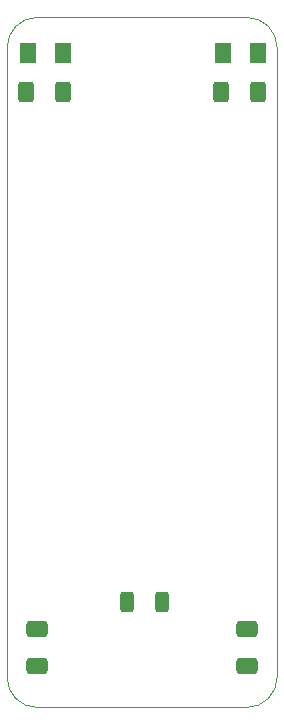
<source format=gbr>
%TF.GenerationSoftware,KiCad,Pcbnew,8.0.2*%
%TF.CreationDate,2024-05-09T17:00:38-05:00*%
%TF.ProjectId,atmega328-proto,61746d65-6761-4333-9238-2d70726f746f,A*%
%TF.SameCoordinates,Original*%
%TF.FileFunction,Paste,Top*%
%TF.FilePolarity,Positive*%
%FSLAX46Y46*%
G04 Gerber Fmt 4.6, Leading zero omitted, Abs format (unit mm)*
G04 Created by KiCad (PCBNEW 8.0.2) date 2024-05-09 17:00:38*
%MOMM*%
%LPD*%
G01*
G04 APERTURE LIST*
G04 Aperture macros list*
%AMRoundRect*
0 Rectangle with rounded corners*
0 $1 Rounding radius*
0 $2 $3 $4 $5 $6 $7 $8 $9 X,Y pos of 4 corners*
0 Add a 4 corners polygon primitive as box body*
4,1,4,$2,$3,$4,$5,$6,$7,$8,$9,$2,$3,0*
0 Add four circle primitives for the rounded corners*
1,1,$1+$1,$2,$3*
1,1,$1+$1,$4,$5*
1,1,$1+$1,$6,$7*
1,1,$1+$1,$8,$9*
0 Add four rect primitives between the rounded corners*
20,1,$1+$1,$2,$3,$4,$5,0*
20,1,$1+$1,$4,$5,$6,$7,0*
20,1,$1+$1,$6,$7,$8,$9,0*
20,1,$1+$1,$8,$9,$2,$3,0*%
G04 Aperture macros list end*
%ADD10RoundRect,0.250001X-0.462499X-0.624999X0.462499X-0.624999X0.462499X0.624999X-0.462499X0.624999X0*%
%ADD11RoundRect,0.250000X0.312500X0.625000X-0.312500X0.625000X-0.312500X-0.625000X0.312500X-0.625000X0*%
%ADD12RoundRect,0.250000X-0.650000X0.412500X-0.650000X-0.412500X0.650000X-0.412500X0.650000X0.412500X0*%
%ADD13RoundRect,0.250000X0.650000X-0.412500X0.650000X0.412500X-0.650000X0.412500X-0.650000X-0.412500X0*%
%ADD14RoundRect,0.250000X-0.400000X-0.625000X0.400000X-0.625000X0.400000X0.625000X-0.400000X0.625000X0*%
%TA.AperFunction,Profile*%
%ADD15C,0.050000*%
%TD*%
G04 APERTURE END LIST*
D10*
%TO.C,D2*%
X114762500Y-53810000D03*
X117737500Y-53810000D03*
%TD*%
D11*
%TO.C,R1*%
X109605000Y-100330000D03*
X106680000Y-100330000D03*
%TD*%
D12*
%TO.C,C1*%
X99060000Y-102577500D03*
X99060000Y-105702500D03*
%TD*%
D13*
%TO.C,C2*%
X116840000Y-105702500D03*
X116840000Y-102577500D03*
%TD*%
D10*
%TO.C,D1*%
X98252500Y-53810000D03*
X101227500Y-53810000D03*
%TD*%
D14*
%TO.C,R3*%
X114655000Y-57150000D03*
X117755000Y-57150000D03*
%TD*%
%TO.C,R2*%
X98145000Y-57150000D03*
X101245000Y-57150000D03*
%TD*%
D15*
X119380000Y-106680000D02*
G75*
G02*
X116840000Y-109220000I-2540000J0D01*
G01*
X116840000Y-50800000D02*
X99060000Y-50800000D01*
X99060000Y-109220000D02*
X116840000Y-109220000D01*
X99060000Y-109220000D02*
G75*
G02*
X96520000Y-106680000I0J2540000D01*
G01*
X119380000Y-53340000D02*
X119380000Y-106680000D01*
X96520000Y-53340000D02*
G75*
G02*
X99060000Y-50800000I2540000J0D01*
G01*
X116840000Y-50800000D02*
G75*
G02*
X119380000Y-53340000I0J-2540000D01*
G01*
X96520000Y-53340000D02*
X96520000Y-106680000D01*
M02*

</source>
